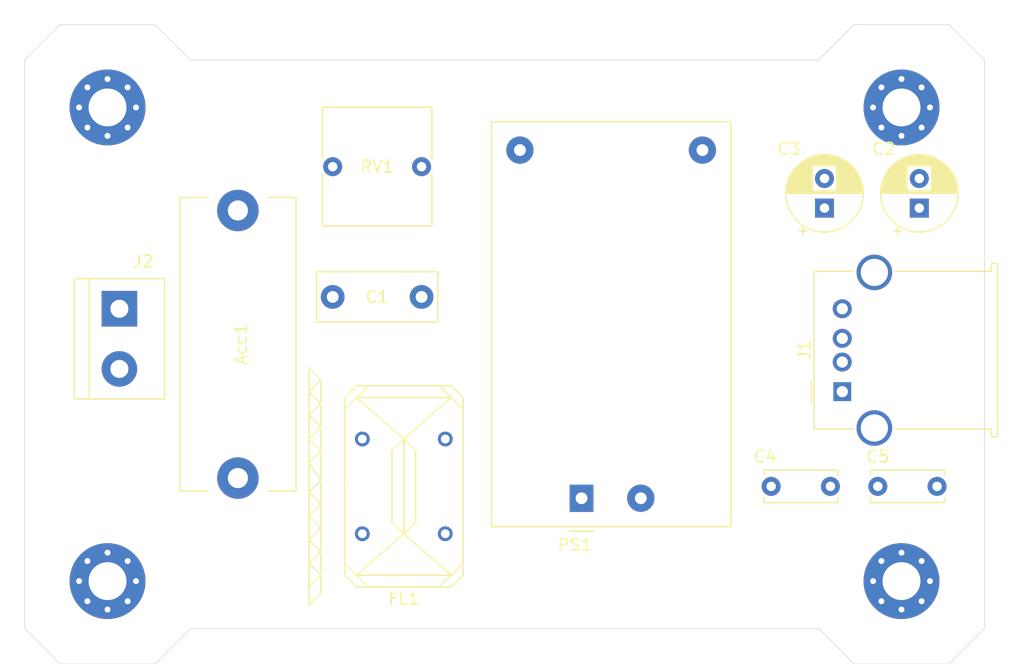
<source format=kicad_pcb>
(kicad_pcb (version 20171130) (host pcbnew "(5.1.7)-1")

  (general
    (thickness 1.6)
    (drawings 27)
    (tracks 0)
    (zones 0)
    (modules 15)
    (nets 10)
  )

  (page A4)
  (layers
    (0 F.Cu signal)
    (31 B.Cu signal)
    (32 B.Adhes user)
    (33 F.Adhes user)
    (34 B.Paste user)
    (35 F.Paste user)
    (36 B.SilkS user)
    (37 F.SilkS user)
    (38 B.Mask user)
    (39 F.Mask user)
    (40 Dwgs.User user)
    (41 Cmts.User user)
    (42 Eco1.User user)
    (43 Eco2.User user)
    (44 Edge.Cuts user)
    (45 Margin user)
    (46 B.CrtYd user)
    (47 F.CrtYd user)
    (48 B.Fab user)
    (49 F.Fab user)
  )

  (setup
    (last_trace_width 0.25)
    (trace_clearance 0.2)
    (zone_clearance 0.508)
    (zone_45_only no)
    (trace_min 0.2)
    (via_size 0.8)
    (via_drill 0.4)
    (via_min_size 0.4)
    (via_min_drill 0.3)
    (uvia_size 0.3)
    (uvia_drill 0.1)
    (uvias_allowed no)
    (uvia_min_size 0.2)
    (uvia_min_drill 0.1)
    (edge_width 0.05)
    (segment_width 0.2)
    (pcb_text_width 0.3)
    (pcb_text_size 1.5 1.5)
    (mod_edge_width 0.12)
    (mod_text_size 1 1)
    (mod_text_width 0.15)
    (pad_size 1.524 1.524)
    (pad_drill 0.762)
    (pad_to_mask_clearance 0)
    (aux_axis_origin 0 0)
    (visible_elements 7FFFFFFF)
    (pcbplotparams
      (layerselection 0x010fc_ffffffff)
      (usegerberextensions false)
      (usegerberattributes true)
      (usegerberadvancedattributes true)
      (creategerberjobfile true)
      (excludeedgelayer true)
      (linewidth 0.100000)
      (plotframeref false)
      (viasonmask false)
      (mode 1)
      (useauxorigin false)
      (hpglpennumber 1)
      (hpglpenspeed 20)
      (hpglpendiameter 15.000000)
      (psnegative false)
      (psa4output false)
      (plotreference true)
      (plotvalue true)
      (plotinvisibletext false)
      (padsonsilk false)
      (subtractmaskfromsilk false)
      (outputformat 1)
      (mirror false)
      (drillshape 1)
      (scaleselection 1)
      (outputdirectory ""))
  )

  (net 0 "")
  (net 1 GND)
  (net 2 +5V)
  (net 3 AC_Neutral)
  (net 4 "Net-(C1-Pad1)")
  (net 5 "Net-(J1-Pad3)")
  (net 6 "Net-(J1-Pad2)")
  (net 7 "Net-(FL1-Pad2)")
  (net 8 "Net-(FL1-Pad3)")
  (net 9 AC_Line)

  (net_class Default "This is the default net class."
    (clearance 0.2)
    (trace_width 0.25)
    (via_dia 0.8)
    (via_drill 0.4)
    (uvia_dia 0.3)
    (uvia_drill 0.1)
    (add_net +5V)
    (add_net AC_Line)
    (add_net AC_Neutral)
    (add_net GND)
    (add_net "Net-(C1-Pad1)")
    (add_net "Net-(FL1-Pad2)")
    (add_net "Net-(FL1-Pad3)")
    (add_net "Net-(J1-Pad2)")
    (add_net "Net-(J1-Pad3)")
  )

  (module LowNoise5V:FuseHolder (layer F.Cu) (tedit 604FDC52) (tstamp 60509432)
    (at 18 27 90)
    (path /6053B85B)
    (fp_text reference Acc1 (at 0 0.25 90) (layer F.SilkS)
      (effects (font (size 1 1) (thickness 0.15)))
    )
    (fp_text value "Fuse Holder" (at 0 -5.25 90) (layer F.Fab)
      (effects (font (size 1 1) (thickness 0.15)))
    )
    (fp_line (start -12.4 -4.9) (end -12.4 -2.5) (layer F.SilkS) (width 0.12))
    (fp_line (start -12.4 4.9) (end 12.4 4.9) (layer F.SilkS) (width 0.12))
    (fp_line (start 12.4 -4.9) (end -12.4 -4.9) (layer F.SilkS) (width 0.12))
    (fp_line (start 12.4 4.9) (end 12.4 2.5) (layer F.SilkS) (width 0.12))
    (fp_line (start -12.4 4.9) (end -12.4 2.5) (layer F.SilkS) (width 0.12))
    (fp_line (start 12.4 -4.9) (end 12.4 -2.5) (layer F.SilkS) (width 0.12))
    (pad 2 thru_hole circle (at 11.3 0 90) (size 3.5 3.5) (drill 1.7) (layers *.Cu *.Mask))
    (pad 1 thru_hole circle (at -11.3 0 90) (size 3.5 3.5) (drill 1.7) (layers *.Cu *.Mask))
    (model ${KIPRJMOD}/Libraries/Footprints/LowNoise5V.pretty/696106003002.stp
      (offset (xyz 0 -4.75 0))
      (scale (xyz 1 1 1))
      (rotate (xyz 0 0 0))
    )
  )

  (module TerminalBlock:TerminalBlock_bornier-2_P5.08mm (layer F.Cu) (tedit 59FF03AB) (tstamp 60508C8B)
    (at 8 24 270)
    (descr "simple 2-pin terminal block, pitch 5.08mm, revamped version of bornier2")
    (tags "terminal block bornier2")
    (path /6058E947)
    (fp_text reference J2 (at -4 -2) (layer F.SilkS)
      (effects (font (size 1 1) (thickness 0.15)))
    )
    (fp_text value Conn_01x02 (at 2.54 5.08 90) (layer F.Fab)
      (effects (font (size 1 1) (thickness 0.15)))
    )
    (fp_line (start 7.79 4) (end -2.71 4) (layer F.CrtYd) (width 0.05))
    (fp_line (start 7.79 4) (end 7.79 -4) (layer F.CrtYd) (width 0.05))
    (fp_line (start -2.71 -4) (end -2.71 4) (layer F.CrtYd) (width 0.05))
    (fp_line (start -2.71 -4) (end 7.79 -4) (layer F.CrtYd) (width 0.05))
    (fp_line (start -2.54 3.81) (end 7.62 3.81) (layer F.SilkS) (width 0.12))
    (fp_line (start -2.54 -3.81) (end -2.54 3.81) (layer F.SilkS) (width 0.12))
    (fp_line (start 7.62 -3.81) (end -2.54 -3.81) (layer F.SilkS) (width 0.12))
    (fp_line (start 7.62 3.81) (end 7.62 -3.81) (layer F.SilkS) (width 0.12))
    (fp_line (start 7.62 2.54) (end -2.54 2.54) (layer F.SilkS) (width 0.12))
    (fp_line (start 7.54 -3.75) (end -2.46 -3.75) (layer F.Fab) (width 0.1))
    (fp_line (start 7.54 3.75) (end 7.54 -3.75) (layer F.Fab) (width 0.1))
    (fp_line (start -2.46 3.75) (end 7.54 3.75) (layer F.Fab) (width 0.1))
    (fp_line (start -2.46 -3.75) (end -2.46 3.75) (layer F.Fab) (width 0.1))
    (fp_line (start -2.41 2.55) (end 7.49 2.55) (layer F.Fab) (width 0.1))
    (fp_text user %R (at 2.54 0 90) (layer F.Fab)
      (effects (font (size 1 1) (thickness 0.15)))
    )
    (pad 2 thru_hole circle (at 5.08 0 270) (size 3 3) (drill 1.52) (layers *.Cu *.Mask)
      (net 3 AC_Neutral))
    (pad 1 thru_hole rect (at 0 0 270) (size 3 3) (drill 1.52) (layers *.Cu *.Mask)
      (net 9 AC_Line))
    (model ${KISYS3DMOD}/TerminalBlock.3dshapes/TerminalBlock_bornier-2_P5.08mm.wrl
      (offset (xyz 2.539999961853027 0 0))
      (scale (xyz 1 1 1))
      (rotate (xyz 0 0 0))
    )
  )

  (module LowNoise5V:USB_A_Molex_67643_Horizontal (layer F.Cu) (tedit 604FD572) (tstamp 604FE24C)
    (at 69 31 90)
    (descr "USB type A, Horizontal, https://www.molex.com/pdm_docs/sd/676433910_sd.pdf")
    (tags "USB_A Female Connector receptacle")
    (path /60505B03)
    (fp_text reference J1 (at 3.5 -3.19 90) (layer F.SilkS)
      (effects (font (size 1 1) (thickness 0.15)))
    )
    (fp_text value USB_A (at 3.5 14.5 90) (layer F.Fab)
      (effects (font (size 1 1) (thickness 0.15)))
    )
    (fp_line (start 0 -1.27) (end 1 -2.27) (layer F.Fab) (width 0.1))
    (fp_line (start -1 -2.27) (end 0 -1.27) (layer F.Fab) (width 0.1))
    (fp_line (start -0.9 -2.6) (end 0.9 -2.6) (layer F.SilkS) (width 0.12))
    (fp_line (start -3.05 12.69) (end -3.7 12.69) (layer F.Fab) (width 0.1))
    (fp_line (start 10.81 12.58) (end 10.16 12.58) (layer F.SilkS) (width 0.12))
    (fp_line (start -3.81 12.58) (end -3.81 13.1) (layer F.SilkS) (width 0.12))
    (fp_line (start 10.16 4.47) (end 10.16 12.58) (layer F.SilkS) (width 0.12))
    (fp_line (start -3.81 13.1) (end 10.81 13.1) (layer F.SilkS) (width 0.12))
    (fp_line (start 10.81 13.1) (end 10.81 12.58) (layer F.SilkS) (width 0.12))
    (fp_line (start -3.05 12.69) (end -3.05 -2.27) (layer F.Fab) (width 0.1))
    (fp_line (start 10.16 -2.38) (end 10.16 0.95) (layer F.SilkS) (width 0.12))
    (fp_line (start -3.16 -2.38) (end -3.16 0.95) (layer F.SilkS) (width 0.12))
    (fp_line (start -3.16 -2.38) (end 10.16 -2.38) (layer F.SilkS) (width 0.12))
    (fp_line (start -3.55 12.19) (end -3.55 4.66) (layer F.CrtYd) (width 0.05))
    (fp_line (start -4.2 12.19) (end -3.55 12.19) (layer F.CrtYd) (width 0.05))
    (fp_line (start -4.2 13.49) (end -4.2 12.19) (layer F.CrtYd) (width 0.05))
    (fp_line (start 10.55 12.19) (end 10.55 4.66) (layer F.CrtYd) (width 0.05))
    (fp_line (start 11.2 12.19) (end 10.55 12.19) (layer F.CrtYd) (width 0.05))
    (fp_line (start 11.2 13.49) (end 11.2 12.19) (layer F.CrtYd) (width 0.05))
    (fp_line (start -4.2 13.49) (end 11.2 13.49) (layer F.CrtYd) (width 0.05))
    (fp_line (start -3.55 -2.77) (end -3.55 0.76) (layer F.CrtYd) (width 0.05))
    (fp_line (start 10.55 -2.77) (end 10.55 0.76) (layer F.CrtYd) (width 0.05))
    (fp_line (start -3.55 -2.77) (end 10.55 -2.77) (layer F.CrtYd) (width 0.05))
    (fp_line (start -3.05 9.27) (end 10.05 9.27) (layer F.Fab) (width 0.1))
    (fp_line (start 10.7 12.69) (end 10.05 12.69) (layer F.Fab) (width 0.1))
    (fp_line (start 10.7 12.99) (end 10.7 12.69) (layer F.Fab) (width 0.1))
    (fp_line (start -3.7 12.99) (end 10.7 12.99) (layer F.Fab) (width 0.1))
    (fp_line (start -3.7 12.69) (end -3.7 12.99) (layer F.Fab) (width 0.1))
    (fp_line (start -3.16 12.58) (end -3.81 12.58) (layer F.SilkS) (width 0.12))
    (fp_line (start -3.16 12.58) (end -3.16 4.47) (layer F.SilkS) (width 0.12))
    (fp_line (start 10.05 -2.27) (end 10.05 12.69) (layer F.Fab) (width 0.1))
    (fp_line (start -3.05 -2.27) (end 10.05 -2.27) (layer F.Fab) (width 0.1))
    (fp_arc (start 10.07 2.71) (end 10.55 4.66) (angle -152.3426981) (layer F.CrtYd) (width 0.05))
    (fp_arc (start -3.07 2.71) (end -3.55 0.76) (angle -152.3426981) (layer F.CrtYd) (width 0.05))
    (fp_text user %R (at 3.5 3.7 90) (layer F.Fab)
      (effects (font (size 1 1) (thickness 0.15)))
    )
    (pad 4 thru_hole circle (at 7 0 90) (size 1.6 1.6) (drill 0.95) (layers *.Cu *.Mask)
      (net 1 GND))
    (pad 3 thru_hole circle (at 4.5 0 90) (size 1.6 1.6) (drill 0.95) (layers *.Cu *.Mask)
      (net 5 "Net-(J1-Pad3)"))
    (pad 2 thru_hole circle (at 2.5 0 90) (size 1.6 1.6) (drill 0.95) (layers *.Cu *.Mask)
      (net 6 "Net-(J1-Pad2)"))
    (pad 1 thru_hole rect (at 0 0 90) (size 1.6 1.5) (drill 0.95) (layers *.Cu *.Mask)
      (net 2 +5V))
    (pad 5 thru_hole circle (at 10.07 2.71 90) (size 3 3) (drill 2.3) (layers *.Cu *.Mask)
      (net 1 GND))
    (pad 5 thru_hole circle (at -3.07 2.71 90) (size 3 3) (drill 2.3) (layers *.Cu *.Mask)
      (net 1 GND))
    (model ${KIPRJMOD}/Libraries/Footprints/LowNoise5V.pretty/676432911.stp
      (offset (xyz 3.5 2.3 0))
      (scale (xyz 1 1 1))
      (rotate (xyz -90 0 0))
    )
  )

  (module LowNoise5V:Converter_ACDC_HiLink_HLK-PMxx (layer F.Cu) (tedit 604FD288) (tstamp 604FD228)
    (at 47 40 90)
    (descr "ACDC-Converter, 3W, HiLink, HLK-PMxx, THT, http://www.hlktech.net/product_detail.php?ProId=54")
    (tags "ACDC-Converter 3W THT HiLink board mount module")
    (path /605057F1)
    (fp_text reference PS1 (at -3.94 -0.55) (layer F.SilkS)
      (effects (font (size 1 1) (thickness 0.15)))
    )
    (fp_text value HLK-PM01 (at 15.79 13.85 90) (layer F.Fab)
      (effects (font (size 1 1) (thickness 0.15)))
    )
    (fp_line (start -2.3 12.5) (end 31.7 12.5) (layer F.Fab) (width 0.1))
    (fp_line (start 31.7 12.5) (end 31.7 -7.5) (layer F.Fab) (width 0.1))
    (fp_line (start -2.3 12.5) (end -2.3 0.99) (layer F.Fab) (width 0.1))
    (fp_line (start -2.3 -7.5) (end 31.7 -7.5) (layer F.Fab) (width 0.1))
    (fp_line (start -1.29 0) (end -2.29 1) (layer F.Fab) (width 0.1))
    (fp_line (start -2.29 -1) (end -1.29 0) (layer F.Fab) (width 0.1))
    (fp_line (start -2.3 -1) (end -2.3 -7.5) (layer F.Fab) (width 0.1))
    (fp_line (start -2.55 12.75) (end 31.95 12.75) (layer F.CrtYd) (width 0.05))
    (fp_line (start 31.95 12.75) (end 31.95 -7.75) (layer F.CrtYd) (width 0.05))
    (fp_line (start 31.95 -7.75) (end -2.55 -7.75) (layer F.CrtYd) (width 0.05))
    (fp_line (start -2.55 -7.75) (end -2.55 12.75) (layer F.CrtYd) (width 0.05))
    (fp_line (start -2.4 -7.6) (end -2.4 12.6) (layer F.SilkS) (width 0.12))
    (fp_line (start -2.4 12.6) (end 31.8 12.6) (layer F.SilkS) (width 0.12))
    (fp_line (start 31.8 12.6) (end 31.8 -7.6) (layer F.SilkS) (width 0.12))
    (fp_line (start 31.8 -7.6) (end -2.4 -7.6) (layer F.SilkS) (width 0.12))
    (fp_line (start -2.79 -1) (end -2.79 1.01) (layer F.SilkS) (width 0.12))
    (fp_text user %R (at 14.68 1.17 90) (layer F.Fab)
      (effects (font (size 1 1) (thickness 0.15)))
    )
    (pad 4 thru_hole circle (at 29.4 10.2 90) (size 2.3 2.3) (drill 1) (layers *.Cu *.Mask)
      (net 2 +5V))
    (pad 2 thru_hole circle (at 0 5 90) (size 2.3 2.3) (drill 1) (layers *.Cu *.Mask)
      (net 8 "Net-(FL1-Pad3)"))
    (pad 1 thru_hole rect (at 0 0 90) (size 2.3 2) (drill 1) (layers *.Cu *.Mask)
      (net 7 "Net-(FL1-Pad2)"))
    (pad 3 thru_hole circle (at 29.4 -5.2 90) (size 2.3 2.3) (drill 1) (layers *.Cu *.Mask)
      (net 1 GND))
    (model ${KIPRJMOD}/Libraries/Footprints/LowNoise5V.pretty/HLK-PM01.step
      (offset (xyz 14.75 7.5 7.5))
      (scale (xyz 1 1 1))
      (rotate (xyz -90 0 0))
    )
  )

  (module MountingHole:MountingHole_3.2mm_M3_Pad_Via (layer F.Cu) (tedit 56DDBCCA) (tstamp 60505C7E)
    (at 74 7)
    (descr "Mounting Hole 3.2mm, M3")
    (tags "mounting hole 3.2mm m3")
    (attr virtual)
    (fp_text reference REF** (at 0 -4.2) (layer F.SilkS) hide
      (effects (font (size 1 1) (thickness 0.15)))
    )
    (fp_text value MountingHole_3.2mm_M3_Pad_Via (at 0 4.2) (layer F.Fab) hide
      (effects (font (size 1 1) (thickness 0.15)))
    )
    (fp_circle (center 0 0) (end 3.45 0) (layer F.CrtYd) (width 0.05))
    (fp_circle (center 0 0) (end 3.2 0) (layer Cmts.User) (width 0.15))
    (fp_text user %R (at 0.3 0) (layer F.Fab) hide
      (effects (font (size 1 1) (thickness 0.15)))
    )
    (pad 1 thru_hole circle (at 0 0) (size 6.4 6.4) (drill 3.2) (layers *.Cu *.Mask))
    (pad 1 thru_hole circle (at 2.4 0) (size 0.8 0.8) (drill 0.5) (layers *.Cu *.Mask))
    (pad 1 thru_hole circle (at 1.697056 1.697056) (size 0.8 0.8) (drill 0.5) (layers *.Cu *.Mask))
    (pad 1 thru_hole circle (at 0 2.4) (size 0.8 0.8) (drill 0.5) (layers *.Cu *.Mask))
    (pad 1 thru_hole circle (at -1.697056 1.697056) (size 0.8 0.8) (drill 0.5) (layers *.Cu *.Mask))
    (pad 1 thru_hole circle (at -2.4 0) (size 0.8 0.8) (drill 0.5) (layers *.Cu *.Mask))
    (pad 1 thru_hole circle (at -1.697056 -1.697056) (size 0.8 0.8) (drill 0.5) (layers *.Cu *.Mask))
    (pad 1 thru_hole circle (at 0 -2.4) (size 0.8 0.8) (drill 0.5) (layers *.Cu *.Mask))
    (pad 1 thru_hole circle (at 1.697056 -1.697056) (size 0.8 0.8) (drill 0.5) (layers *.Cu *.Mask))
  )

  (module MountingHole:MountingHole_3.2mm_M3_Pad_Via (layer F.Cu) (tedit 56DDBCCA) (tstamp 60505C4C)
    (at 74 47)
    (descr "Mounting Hole 3.2mm, M3")
    (tags "mounting hole 3.2mm m3")
    (attr virtual)
    (fp_text reference REF** (at 0 -4.2) (layer F.SilkS) hide
      (effects (font (size 1 1) (thickness 0.15)))
    )
    (fp_text value MountingHole_3.2mm_M3_Pad_Via (at 0 4.2) (layer F.Fab) hide
      (effects (font (size 1 1) (thickness 0.15)))
    )
    (fp_circle (center 0 0) (end 3.45 0) (layer F.CrtYd) (width 0.05))
    (fp_circle (center 0 0) (end 3.2 0) (layer Cmts.User) (width 0.15))
    (fp_text user %R (at 0.3 0) (layer F.Fab) hide
      (effects (font (size 1 1) (thickness 0.15)))
    )
    (pad 1 thru_hole circle (at 1.697056 -1.697056) (size 0.8 0.8) (drill 0.5) (layers *.Cu *.Mask))
    (pad 1 thru_hole circle (at 0 -2.4) (size 0.8 0.8) (drill 0.5) (layers *.Cu *.Mask))
    (pad 1 thru_hole circle (at -1.697056 -1.697056) (size 0.8 0.8) (drill 0.5) (layers *.Cu *.Mask))
    (pad 1 thru_hole circle (at -2.4 0) (size 0.8 0.8) (drill 0.5) (layers *.Cu *.Mask))
    (pad 1 thru_hole circle (at -1.697056 1.697056) (size 0.8 0.8) (drill 0.5) (layers *.Cu *.Mask))
    (pad 1 thru_hole circle (at 0 2.4) (size 0.8 0.8) (drill 0.5) (layers *.Cu *.Mask))
    (pad 1 thru_hole circle (at 1.697056 1.697056) (size 0.8 0.8) (drill 0.5) (layers *.Cu *.Mask))
    (pad 1 thru_hole circle (at 2.4 0) (size 0.8 0.8) (drill 0.5) (layers *.Cu *.Mask))
    (pad 1 thru_hole circle (at 0 0) (size 6.4 6.4) (drill 3.2) (layers *.Cu *.Mask))
  )

  (module MountingHole:MountingHole_3.2mm_M3_Pad_Via (layer F.Cu) (tedit 56DDBCCA) (tstamp 60505C2A)
    (at 7 47)
    (descr "Mounting Hole 3.2mm, M3")
    (tags "mounting hole 3.2mm m3")
    (attr virtual)
    (fp_text reference REF** (at 0 -4.2) (layer F.SilkS) hide
      (effects (font (size 1 1) (thickness 0.15)))
    )
    (fp_text value MountingHole_3.2mm_M3_Pad_Via (at 0 4.2) (layer F.Fab) hide
      (effects (font (size 1 1) (thickness 0.15)))
    )
    (fp_circle (center 0 0) (end 3.45 0) (layer F.CrtYd) (width 0.05))
    (fp_circle (center 0 0) (end 3.2 0) (layer Cmts.User) (width 0.15))
    (fp_text user %R (at 0.3 0) (layer F.Fab) hide
      (effects (font (size 1 1) (thickness 0.15)))
    )
    (pad 1 thru_hole circle (at 0 0) (size 6.4 6.4) (drill 3.2) (layers *.Cu *.Mask))
    (pad 1 thru_hole circle (at 2.4 0) (size 0.8 0.8) (drill 0.5) (layers *.Cu *.Mask))
    (pad 1 thru_hole circle (at 1.697056 1.697056) (size 0.8 0.8) (drill 0.5) (layers *.Cu *.Mask))
    (pad 1 thru_hole circle (at 0 2.4) (size 0.8 0.8) (drill 0.5) (layers *.Cu *.Mask))
    (pad 1 thru_hole circle (at -1.697056 1.697056) (size 0.8 0.8) (drill 0.5) (layers *.Cu *.Mask))
    (pad 1 thru_hole circle (at -2.4 0) (size 0.8 0.8) (drill 0.5) (layers *.Cu *.Mask))
    (pad 1 thru_hole circle (at -1.697056 -1.697056) (size 0.8 0.8) (drill 0.5) (layers *.Cu *.Mask))
    (pad 1 thru_hole circle (at 0 -2.4) (size 0.8 0.8) (drill 0.5) (layers *.Cu *.Mask))
    (pad 1 thru_hole circle (at 1.697056 -1.697056) (size 0.8 0.8) (drill 0.5) (layers *.Cu *.Mask))
  )

  (module MountingHole:MountingHole_3.2mm_M3_Pad_Via (layer F.Cu) (tedit 56DDBCCA) (tstamp 60505C28)
    (at 7 7)
    (descr "Mounting Hole 3.2mm, M3")
    (tags "mounting hole 3.2mm m3")
    (attr virtual)
    (fp_text reference REF** (at 0 -4.2) (layer F.SilkS) hide
      (effects (font (size 1 1) (thickness 0.15)))
    )
    (fp_text value MountingHole_3.2mm_M3_Pad_Via (at 0 4.2) (layer F.Fab) hide
      (effects (font (size 1 1) (thickness 0.15)))
    )
    (fp_circle (center 0 0) (end 3.45 0) (layer F.CrtYd) (width 0.05))
    (fp_circle (center 0 0) (end 3.2 0) (layer Cmts.User) (width 0.15))
    (fp_text user %R (at 0.3 0) (layer F.Fab) hide
      (effects (font (size 1 1) (thickness 0.15)))
    )
    (pad 1 thru_hole circle (at 1.697056 -1.697056) (size 0.8 0.8) (drill 0.5) (layers *.Cu *.Mask))
    (pad 1 thru_hole circle (at 0 -2.4) (size 0.8 0.8) (drill 0.5) (layers *.Cu *.Mask))
    (pad 1 thru_hole circle (at -1.697056 -1.697056) (size 0.8 0.8) (drill 0.5) (layers *.Cu *.Mask))
    (pad 1 thru_hole circle (at -2.4 0) (size 0.8 0.8) (drill 0.5) (layers *.Cu *.Mask))
    (pad 1 thru_hole circle (at -1.697056 1.697056) (size 0.8 0.8) (drill 0.5) (layers *.Cu *.Mask))
    (pad 1 thru_hole circle (at 0 2.4) (size 0.8 0.8) (drill 0.5) (layers *.Cu *.Mask))
    (pad 1 thru_hole circle (at 1.697056 1.697056) (size 0.8 0.8) (drill 0.5) (layers *.Cu *.Mask))
    (pad 1 thru_hole circle (at 2.4 0) (size 0.8 0.8) (drill 0.5) (layers *.Cu *.Mask))
    (pad 1 thru_hole circle (at 0 0) (size 6.4 6.4) (drill 3.2) (layers *.Cu *.Mask))
  )

  (module "LowNoise5V:EMI Choke" (layer F.Cu) (tedit 604FCB4E) (tstamp 60503B0C)
    (at 32 39 180)
    (path /605085D5)
    (fp_text reference FL1 (at 0 -9.5) (layer F.SilkS)
      (effects (font (size 1 1) (thickness 0.15)))
    )
    (fp_text value "Power Line 10mH @ 1kHz 1.2Ω" (at 0 10) (layer F.Fab)
      (effects (font (size 1 1) (thickness 0.15)))
    )
    (fp_line (start 7 -7.5) (end 8 -8.5) (layer F.SilkS) (width 0.12))
    (fp_line (start 8 -6.5) (end 7 -7.5) (layer F.SilkS) (width 0.12))
    (fp_line (start 7 -5.5) (end 8 -6.5) (layer F.SilkS) (width 0.12))
    (fp_line (start 8 -4.5) (end 7 -5.5) (layer F.SilkS) (width 0.12))
    (fp_line (start 7 -3.5) (end 8 -4.5) (layer F.SilkS) (width 0.12))
    (fp_line (start 8 -2.5) (end 7 -3.5) (layer F.SilkS) (width 0.12))
    (fp_line (start 7 -1.5) (end 8 -2.5) (layer F.SilkS) (width 0.12))
    (fp_line (start 8 -0.5) (end 7 -1.5) (layer F.SilkS) (width 0.12))
    (fp_line (start 7 0.5) (end 8 -0.5) (layer F.SilkS) (width 0.12))
    (fp_line (start 8 2) (end 7 0.5) (layer F.SilkS) (width 0.12))
    (fp_line (start 7 3) (end 8 2) (layer F.SilkS) (width 0.12))
    (fp_line (start 8 4) (end 7 3) (layer F.SilkS) (width 0.12))
    (fp_line (start 7 5) (end 8 4) (layer F.SilkS) (width 0.12))
    (fp_line (start 8 6) (end 7 5) (layer F.SilkS) (width 0.12))
    (fp_line (start 7 7) (end 8 6) (layer F.SilkS) (width 0.12))
    (fp_line (start 8 8) (end 7 7) (layer F.SilkS) (width 0.12))
    (fp_line (start 7 9) (end 8 8) (layer F.SilkS) (width 0.12))
    (fp_line (start 7 9) (end 8 10) (layer F.SilkS) (width 0.12))
    (fp_line (start 7 -9) (end 7 9) (layer F.SilkS) (width 0.12))
    (fp_line (start 8 -10) (end 7 -9) (layer F.SilkS) (width 0.12))
    (fp_line (start 8 -10) (end 8 10) (layer F.SilkS) (width 0.12))
    (fp_line (start 1 -3) (end 0 -4) (layer F.SilkS) (width 0.12))
    (fp_line (start 1 3) (end 1 -3) (layer F.SilkS) (width 0.12))
    (fp_line (start 0 4) (end 1 3) (layer F.SilkS) (width 0.12))
    (fp_line (start -1 3) (end 0 4) (layer F.SilkS) (width 0.12))
    (fp_line (start -1 -3) (end -1 3) (layer F.SilkS) (width 0.12))
    (fp_line (start 0 -4) (end -1 -3) (layer F.SilkS) (width 0.12))
    (fp_line (start 0 0) (end 0 4) (layer F.SilkS) (width 0.12))
    (fp_line (start 4 7.5) (end 0 4) (layer F.SilkS) (width 0.12))
    (fp_line (start 0 4) (end -4 7.5) (layer F.SilkS) (width 0.12))
    (fp_line (start 0 -4) (end 4 -7.5) (layer F.SilkS) (width 0.12))
    (fp_line (start 0 -4) (end 0 0) (layer F.SilkS) (width 0.12))
    (fp_line (start -4 -7.5) (end 0 -4) (layer F.SilkS) (width 0.12))
    (fp_line (start 4 -7.5) (end -4 -7.5) (layer F.SilkS) (width 0.12))
    (fp_line (start -4 7.5) (end 4 7.5) (layer F.SilkS) (width 0.12))
    (fp_line (start -3 8.5) (end -5 6.5) (layer F.SilkS) (width 0.12))
    (fp_line (start 3 8.5) (end 5 6.5) (layer F.SilkS) (width 0.12))
    (fp_line (start 3 -8.5) (end 5 -6.5) (layer F.SilkS) (width 0.12))
    (fp_line (start -5 -6.5) (end -3 -8.5) (layer F.SilkS) (width 0.12))
    (fp_line (start -4 -8.5) (end 0 -8.5) (layer F.SilkS) (width 0.12))
    (fp_line (start -5 -7.5) (end -4 -8.5) (layer F.SilkS) (width 0.12))
    (fp_line (start -5 0) (end -5 -7.5) (layer F.SilkS) (width 0.12))
    (fp_line (start 4 8.5) (end 0 8.5) (layer F.SilkS) (width 0.12))
    (fp_line (start 5 7.5) (end 4 8.5) (layer F.SilkS) (width 0.12))
    (fp_line (start 5 0) (end 5 7.5) (layer F.SilkS) (width 0.12))
    (fp_line (start 5 0) (end 5 -7.5) (layer F.SilkS) (width 0.12))
    (fp_line (start 4 -8.5) (end 0 -8.5) (layer F.SilkS) (width 0.12))
    (fp_line (start 5 -7.5) (end 4 -8.5) (layer F.SilkS) (width 0.12))
    (fp_line (start -4 8.5) (end 0 8.5) (layer F.SilkS) (width 0.12))
    (fp_line (start -5 7.5) (end -4 8.5) (layer F.SilkS) (width 0.12))
    (fp_line (start -5 0) (end -5 7.5) (layer F.SilkS) (width 0.12))
    (pad 4 thru_hole circle (at 3.5 -4 180) (size 1.25 1.25) (drill 0.75) (layers *.Cu *.Mask)
      (net 3 AC_Neutral))
    (pad 3 thru_hole circle (at -3.5 -4 180) (size 1.25 1.25) (drill 0.75) (layers *.Cu *.Mask)
      (net 8 "Net-(FL1-Pad3)"))
    (pad 2 thru_hole circle (at -3.5 4 180) (size 1.25 1.25) (drill 0.75) (layers *.Cu *.Mask)
      (net 7 "Net-(FL1-Pad2)"))
    (pad 1 thru_hole circle (at 3.5 4 180) (size 1.25 1.25) (drill 0.75) (layers *.Cu *.Mask)
      (net 4 "Net-(C1-Pad1)"))
  )

  (module Capacitor_THT:C_Rect_L9.0mm_W9.8mm_P7.50mm_MKT (layer F.Cu) (tedit 5AE50EF0) (tstamp 604FD23D)
    (at 26 12)
    (descr "C, Rect series, Radial, pin pitch=7.50mm, , length*width=9*9.8mm^2, Capacitor, https://en.tdk.eu/inf/20/20/db/fc_2009/MKT_B32560_564.pdf")
    (tags "C Rect series Radial pin pitch 7.50mm  length 9mm width 9.8mm Capacitor")
    (path /6050DA4F)
    (fp_text reference RV1 (at 3.75 0) (layer F.SilkS)
      (effects (font (size 1 1) (thickness 0.15)))
    )
    (fp_text value "615V 1240V 2.5KA 750V" (at 3.75 6.15) (layer F.Fab)
      (effects (font (size 1 1) (thickness 0.15)))
    )
    (fp_line (start 8.55 -5.15) (end -1.05 -5.15) (layer F.CrtYd) (width 0.05))
    (fp_line (start 8.55 5.15) (end 8.55 -5.15) (layer F.CrtYd) (width 0.05))
    (fp_line (start -1.05 5.15) (end 8.55 5.15) (layer F.CrtYd) (width 0.05))
    (fp_line (start -1.05 -5.15) (end -1.05 5.15) (layer F.CrtYd) (width 0.05))
    (fp_line (start 8.37 0.665) (end 8.37 5.02) (layer F.SilkS) (width 0.12))
    (fp_line (start 8.37 -5.02) (end 8.37 -0.665) (layer F.SilkS) (width 0.12))
    (fp_line (start -0.87 0.665) (end -0.87 5.02) (layer F.SilkS) (width 0.12))
    (fp_line (start -0.87 -5.02) (end -0.87 -0.665) (layer F.SilkS) (width 0.12))
    (fp_line (start -0.87 5.02) (end 8.37 5.02) (layer F.SilkS) (width 0.12))
    (fp_line (start -0.87 -5.02) (end 8.37 -5.02) (layer F.SilkS) (width 0.12))
    (fp_line (start 8.25 -4.9) (end -0.75 -4.9) (layer F.Fab) (width 0.1))
    (fp_line (start 8.25 4.9) (end 8.25 -4.9) (layer F.Fab) (width 0.1))
    (fp_line (start -0.75 4.9) (end 8.25 4.9) (layer F.Fab) (width 0.1))
    (fp_line (start -0.75 -4.9) (end -0.75 4.9) (layer F.Fab) (width 0.1))
    (fp_text user %R (at 3.75 0) (layer F.Fab)
      (effects (font (size 1 1) (thickness 0.15)))
    )
    (pad 2 thru_hole circle (at 7.5 0) (size 1.6 1.6) (drill 0.8) (layers *.Cu *.Mask)
      (net 3 AC_Neutral))
    (pad 1 thru_hole circle (at 0 0) (size 1.6 1.6) (drill 0.8) (layers *.Cu *.Mask)
      (net 4 "Net-(C1-Pad1)"))
    (model ${KISYS3DMOD}/Capacitor_THT.3dshapes/C_Rect_L9.0mm_W9.8mm_P7.50mm_MKT.wrl
      (at (xyz 0 0 0))
      (scale (xyz 1 1 1))
      (rotate (xyz 0 0 0))
    )
  )

  (module Capacitor_THT:CP_Radial_D6.3mm_P2.50mm (layer F.Cu) (tedit 5AE50EF0) (tstamp 604FD192)
    (at 67.5 15.5 90)
    (descr "CP, Radial series, Radial, pin pitch=2.50mm, , diameter=6.3mm, Electrolytic Capacitor")
    (tags "CP Radial series Radial pin pitch 2.50mm  diameter 6.3mm Electrolytic Capacitor")
    (path /605107D5)
    (fp_text reference C3 (at 5 -3 180) (layer F.SilkS)
      (effects (font (size 1 1) (thickness 0.15)))
    )
    (fp_text value "4.7uF ±20% 400V" (at 1.25 4.4 90) (layer F.Fab)
      (effects (font (size 1 1) (thickness 0.15)))
    )
    (fp_line (start -1.935241 -2.154) (end -1.935241 -1.524) (layer F.SilkS) (width 0.12))
    (fp_line (start -2.250241 -1.839) (end -1.620241 -1.839) (layer F.SilkS) (width 0.12))
    (fp_line (start 4.491 -0.402) (end 4.491 0.402) (layer F.SilkS) (width 0.12))
    (fp_line (start 4.451 -0.633) (end 4.451 0.633) (layer F.SilkS) (width 0.12))
    (fp_line (start 4.411 -0.802) (end 4.411 0.802) (layer F.SilkS) (width 0.12))
    (fp_line (start 4.371 -0.94) (end 4.371 0.94) (layer F.SilkS) (width 0.12))
    (fp_line (start 4.331 -1.059) (end 4.331 1.059) (layer F.SilkS) (width 0.12))
    (fp_line (start 4.291 -1.165) (end 4.291 1.165) (layer F.SilkS) (width 0.12))
    (fp_line (start 4.251 -1.262) (end 4.251 1.262) (layer F.SilkS) (width 0.12))
    (fp_line (start 4.211 -1.35) (end 4.211 1.35) (layer F.SilkS) (width 0.12))
    (fp_line (start 4.171 -1.432) (end 4.171 1.432) (layer F.SilkS) (width 0.12))
    (fp_line (start 4.131 -1.509) (end 4.131 1.509) (layer F.SilkS) (width 0.12))
    (fp_line (start 4.091 -1.581) (end 4.091 1.581) (layer F.SilkS) (width 0.12))
    (fp_line (start 4.051 -1.65) (end 4.051 1.65) (layer F.SilkS) (width 0.12))
    (fp_line (start 4.011 -1.714) (end 4.011 1.714) (layer F.SilkS) (width 0.12))
    (fp_line (start 3.971 -1.776) (end 3.971 1.776) (layer F.SilkS) (width 0.12))
    (fp_line (start 3.931 -1.834) (end 3.931 1.834) (layer F.SilkS) (width 0.12))
    (fp_line (start 3.891 -1.89) (end 3.891 1.89) (layer F.SilkS) (width 0.12))
    (fp_line (start 3.851 -1.944) (end 3.851 1.944) (layer F.SilkS) (width 0.12))
    (fp_line (start 3.811 -1.995) (end 3.811 1.995) (layer F.SilkS) (width 0.12))
    (fp_line (start 3.771 -2.044) (end 3.771 2.044) (layer F.SilkS) (width 0.12))
    (fp_line (start 3.731 -2.092) (end 3.731 2.092) (layer F.SilkS) (width 0.12))
    (fp_line (start 3.691 -2.137) (end 3.691 2.137) (layer F.SilkS) (width 0.12))
    (fp_line (start 3.651 -2.182) (end 3.651 2.182) (layer F.SilkS) (width 0.12))
    (fp_line (start 3.611 -2.224) (end 3.611 2.224) (layer F.SilkS) (width 0.12))
    (fp_line (start 3.571 -2.265) (end 3.571 2.265) (layer F.SilkS) (width 0.12))
    (fp_line (start 3.531 1.04) (end 3.531 2.305) (layer F.SilkS) (width 0.12))
    (fp_line (start 3.531 -2.305) (end 3.531 -1.04) (layer F.SilkS) (width 0.12))
    (fp_line (start 3.491 1.04) (end 3.491 2.343) (layer F.SilkS) (width 0.12))
    (fp_line (start 3.491 -2.343) (end 3.491 -1.04) (layer F.SilkS) (width 0.12))
    (fp_line (start 3.451 1.04) (end 3.451 2.38) (layer F.SilkS) (width 0.12))
    (fp_line (start 3.451 -2.38) (end 3.451 -1.04) (layer F.SilkS) (width 0.12))
    (fp_line (start 3.411 1.04) (end 3.411 2.416) (layer F.SilkS) (width 0.12))
    (fp_line (start 3.411 -2.416) (end 3.411 -1.04) (layer F.SilkS) (width 0.12))
    (fp_line (start 3.371 1.04) (end 3.371 2.45) (layer F.SilkS) (width 0.12))
    (fp_line (start 3.371 -2.45) (end 3.371 -1.04) (layer F.SilkS) (width 0.12))
    (fp_line (start 3.331 1.04) (end 3.331 2.484) (layer F.SilkS) (width 0.12))
    (fp_line (start 3.331 -2.484) (end 3.331 -1.04) (layer F.SilkS) (width 0.12))
    (fp_line (start 3.291 1.04) (end 3.291 2.516) (layer F.SilkS) (width 0.12))
    (fp_line (start 3.291 -2.516) (end 3.291 -1.04) (layer F.SilkS) (width 0.12))
    (fp_line (start 3.251 1.04) (end 3.251 2.548) (layer F.SilkS) (width 0.12))
    (fp_line (start 3.251 -2.548) (end 3.251 -1.04) (layer F.SilkS) (width 0.12))
    (fp_line (start 3.211 1.04) (end 3.211 2.578) (layer F.SilkS) (width 0.12))
    (fp_line (start 3.211 -2.578) (end 3.211 -1.04) (layer F.SilkS) (width 0.12))
    (fp_line (start 3.171 1.04) (end 3.171 2.607) (layer F.SilkS) (width 0.12))
    (fp_line (start 3.171 -2.607) (end 3.171 -1.04) (layer F.SilkS) (width 0.12))
    (fp_line (start 3.131 1.04) (end 3.131 2.636) (layer F.SilkS) (width 0.12))
    (fp_line (start 3.131 -2.636) (end 3.131 -1.04) (layer F.SilkS) (width 0.12))
    (fp_line (start 3.091 1.04) (end 3.091 2.664) (layer F.SilkS) (width 0.12))
    (fp_line (start 3.091 -2.664) (end 3.091 -1.04) (layer F.SilkS) (width 0.12))
    (fp_line (start 3.051 1.04) (end 3.051 2.69) (layer F.SilkS) (width 0.12))
    (fp_line (start 3.051 -2.69) (end 3.051 -1.04) (layer F.SilkS) (width 0.12))
    (fp_line (start 3.011 1.04) (end 3.011 2.716) (layer F.SilkS) (width 0.12))
    (fp_line (start 3.011 -2.716) (end 3.011 -1.04) (layer F.SilkS) (width 0.12))
    (fp_line (start 2.971 1.04) (end 2.971 2.742) (layer F.SilkS) (width 0.12))
    (fp_line (start 2.971 -2.742) (end 2.971 -1.04) (layer F.SilkS) (width 0.12))
    (fp_line (start 2.931 1.04) (end 2.931 2.766) (layer F.SilkS) (width 0.12))
    (fp_line (start 2.931 -2.766) (end 2.931 -1.04) (layer F.SilkS) (width 0.12))
    (fp_line (start 2.891 1.04) (end 2.891 2.79) (layer F.SilkS) (width 0.12))
    (fp_line (start 2.891 -2.79) (end 2.891 -1.04) (layer F.SilkS) (width 0.12))
    (fp_line (start 2.851 1.04) (end 2.851 2.812) (layer F.SilkS) (width 0.12))
    (fp_line (start 2.851 -2.812) (end 2.851 -1.04) (layer F.SilkS) (width 0.12))
    (fp_line (start 2.811 1.04) (end 2.811 2.834) (layer F.SilkS) (width 0.12))
    (fp_line (start 2.811 -2.834) (end 2.811 -1.04) (layer F.SilkS) (width 0.12))
    (fp_line (start 2.771 1.04) (end 2.771 2.856) (layer F.SilkS) (width 0.12))
    (fp_line (start 2.771 -2.856) (end 2.771 -1.04) (layer F.SilkS) (width 0.12))
    (fp_line (start 2.731 1.04) (end 2.731 2.876) (layer F.SilkS) (width 0.12))
    (fp_line (start 2.731 -2.876) (end 2.731 -1.04) (layer F.SilkS) (width 0.12))
    (fp_line (start 2.691 1.04) (end 2.691 2.896) (layer F.SilkS) (width 0.12))
    (fp_line (start 2.691 -2.896) (end 2.691 -1.04) (layer F.SilkS) (width 0.12))
    (fp_line (start 2.651 1.04) (end 2.651 2.916) (layer F.SilkS) (width 0.12))
    (fp_line (start 2.651 -2.916) (end 2.651 -1.04) (layer F.SilkS) (width 0.12))
    (fp_line (start 2.611 1.04) (end 2.611 2.934) (layer F.SilkS) (width 0.12))
    (fp_line (start 2.611 -2.934) (end 2.611 -1.04) (layer F.SilkS) (width 0.12))
    (fp_line (start 2.571 1.04) (end 2.571 2.952) (layer F.SilkS) (width 0.12))
    (fp_line (start 2.571 -2.952) (end 2.571 -1.04) (layer F.SilkS) (width 0.12))
    (fp_line (start 2.531 1.04) (end 2.531 2.97) (layer F.SilkS) (width 0.12))
    (fp_line (start 2.531 -2.97) (end 2.531 -1.04) (layer F.SilkS) (width 0.12))
    (fp_line (start 2.491 1.04) (end 2.491 2.986) (layer F.SilkS) (width 0.12))
    (fp_line (start 2.491 -2.986) (end 2.491 -1.04) (layer F.SilkS) (width 0.12))
    (fp_line (start 2.451 1.04) (end 2.451 3.002) (layer F.SilkS) (width 0.12))
    (fp_line (start 2.451 -3.002) (end 2.451 -1.04) (layer F.SilkS) (width 0.12))
    (fp_line (start 2.411 1.04) (end 2.411 3.018) (layer F.SilkS) (width 0.12))
    (fp_line (start 2.411 -3.018) (end 2.411 -1.04) (layer F.SilkS) (width 0.12))
    (fp_line (start 2.371 1.04) (end 2.371 3.033) (layer F.SilkS) (width 0.12))
    (fp_line (start 2.371 -3.033) (end 2.371 -1.04) (layer F.SilkS) (width 0.12))
    (fp_line (start 2.331 1.04) (end 2.331 3.047) (layer F.SilkS) (width 0.12))
    (fp_line (start 2.331 -3.047) (end 2.331 -1.04) (layer F.SilkS) (width 0.12))
    (fp_line (start 2.291 1.04) (end 2.291 3.061) (layer F.SilkS) (width 0.12))
    (fp_line (start 2.291 -3.061) (end 2.291 -1.04) (layer F.SilkS) (width 0.12))
    (fp_line (start 2.251 1.04) (end 2.251 3.074) (layer F.SilkS) (width 0.12))
    (fp_line (start 2.251 -3.074) (end 2.251 -1.04) (layer F.SilkS) (width 0.12))
    (fp_line (start 2.211 1.04) (end 2.211 3.086) (layer F.SilkS) (width 0.12))
    (fp_line (start 2.211 -3.086) (end 2.211 -1.04) (layer F.SilkS) (width 0.12))
    (fp_line (start 2.171 1.04) (end 2.171 3.098) (layer F.SilkS) (width 0.12))
    (fp_line (start 2.171 -3.098) (end 2.171 -1.04) (layer F.SilkS) (width 0.12))
    (fp_line (start 2.131 1.04) (end 2.131 3.11) (layer F.SilkS) (width 0.12))
    (fp_line (start 2.131 -3.11) (end 2.131 -1.04) (layer F.SilkS) (width 0.12))
    (fp_line (start 2.091 1.04) (end 2.091 3.121) (layer F.SilkS) (width 0.12))
    (fp_line (start 2.091 -3.121) (end 2.091 -1.04) (layer F.SilkS) (width 0.12))
    (fp_line (start 2.051 1.04) (end 2.051 3.131) (layer F.SilkS) (width 0.12))
    (fp_line (start 2.051 -3.131) (end 2.051 -1.04) (layer F.SilkS) (width 0.12))
    (fp_line (start 2.011 1.04) (end 2.011 3.141) (layer F.SilkS) (width 0.12))
    (fp_line (start 2.011 -3.141) (end 2.011 -1.04) (layer F.SilkS) (width 0.12))
    (fp_line (start 1.971 1.04) (end 1.971 3.15) (layer F.SilkS) (width 0.12))
    (fp_line (start 1.971 -3.15) (end 1.971 -1.04) (layer F.SilkS) (width 0.12))
    (fp_line (start 1.93 1.04) (end 1.93 3.159) (layer F.SilkS) (width 0.12))
    (fp_line (start 1.93 -3.159) (end 1.93 -1.04) (layer F.SilkS) (width 0.12))
    (fp_line (start 1.89 1.04) (end 1.89 3.167) (layer F.SilkS) (width 0.12))
    (fp_line (start 1.89 -3.167) (end 1.89 -1.04) (layer F.SilkS) (width 0.12))
    (fp_line (start 1.85 1.04) (end 1.85 3.175) (layer F.SilkS) (width 0.12))
    (fp_line (start 1.85 -3.175) (end 1.85 -1.04) (layer F.SilkS) (width 0.12))
    (fp_line (start 1.81 1.04) (end 1.81 3.182) (layer F.SilkS) (width 0.12))
    (fp_line (start 1.81 -3.182) (end 1.81 -1.04) (layer F.SilkS) (width 0.12))
    (fp_line (start 1.77 1.04) (end 1.77 3.189) (layer F.SilkS) (width 0.12))
    (fp_line (start 1.77 -3.189) (end 1.77 -1.04) (layer F.SilkS) (width 0.12))
    (fp_line (start 1.73 1.04) (end 1.73 3.195) (layer F.SilkS) (width 0.12))
    (fp_line (start 1.73 -3.195) (end 1.73 -1.04) (layer F.SilkS) (width 0.12))
    (fp_line (start 1.69 1.04) (end 1.69 3.201) (layer F.SilkS) (width 0.12))
    (fp_line (start 1.69 -3.201) (end 1.69 -1.04) (layer F.SilkS) (width 0.12))
    (fp_line (start 1.65 1.04) (end 1.65 3.206) (layer F.SilkS) (width 0.12))
    (fp_line (start 1.65 -3.206) (end 1.65 -1.04) (layer F.SilkS) (width 0.12))
    (fp_line (start 1.61 1.04) (end 1.61 3.211) (layer F.SilkS) (width 0.12))
    (fp_line (start 1.61 -3.211) (end 1.61 -1.04) (layer F.SilkS) (width 0.12))
    (fp_line (start 1.57 1.04) (end 1.57 3.215) (layer F.SilkS) (width 0.12))
    (fp_line (start 1.57 -3.215) (end 1.57 -1.04) (layer F.SilkS) (width 0.12))
    (fp_line (start 1.53 1.04) (end 1.53 3.218) (layer F.SilkS) (width 0.12))
    (fp_line (start 1.53 -3.218) (end 1.53 -1.04) (layer F.SilkS) (width 0.12))
    (fp_line (start 1.49 1.04) (end 1.49 3.222) (layer F.SilkS) (width 0.12))
    (fp_line (start 1.49 -3.222) (end 1.49 -1.04) (layer F.SilkS) (width 0.12))
    (fp_line (start 1.45 -3.224) (end 1.45 3.224) (layer F.SilkS) (width 0.12))
    (fp_line (start 1.41 -3.227) (end 1.41 3.227) (layer F.SilkS) (width 0.12))
    (fp_line (start 1.37 -3.228) (end 1.37 3.228) (layer F.SilkS) (width 0.12))
    (fp_line (start 1.33 -3.23) (end 1.33 3.23) (layer F.SilkS) (width 0.12))
    (fp_line (start 1.29 -3.23) (end 1.29 3.23) (layer F.SilkS) (width 0.12))
    (fp_line (start 1.25 -3.23) (end 1.25 3.23) (layer F.SilkS) (width 0.12))
    (fp_line (start -1.128972 -1.6885) (end -1.128972 -1.0585) (layer F.Fab) (width 0.1))
    (fp_line (start -1.443972 -1.3735) (end -0.813972 -1.3735) (layer F.Fab) (width 0.1))
    (fp_circle (center 1.25 0) (end 4.65 0) (layer F.CrtYd) (width 0.05))
    (fp_circle (center 1.25 0) (end 4.52 0) (layer F.SilkS) (width 0.12))
    (fp_circle (center 1.25 0) (end 4.4 0) (layer F.Fab) (width 0.1))
    (fp_text user %R (at 1.25 0 90) (layer F.Fab)
      (effects (font (size 1 1) (thickness 0.15)))
    )
    (pad 2 thru_hole circle (at 2.5 0 90) (size 1.6 1.6) (drill 0.8) (layers *.Cu *.Mask)
      (net 1 GND))
    (pad 1 thru_hole rect (at 0 0 90) (size 1.6 1.6) (drill 0.8) (layers *.Cu *.Mask)
      (net 2 +5V))
    (model ${KISYS3DMOD}/Capacitor_THT.3dshapes/CP_Radial_D6.3mm_P2.50mm.wrl
      (at (xyz 0 0 0))
      (scale (xyz 1 1 1))
      (rotate (xyz 0 0 0))
    )
  )

  (module Capacitor_THT:C_Rect_L10.0mm_W4.0mm_P7.50mm_MKS4 (layer F.Cu) (tedit 5AE50EF0) (tstamp 604FCFD8)
    (at 26 23)
    (descr "C, Rect series, Radial, pin pitch=7.50mm, , length*width=10*4.0mm^2, Capacitor, http://www.wima.com/EN/WIMA_MKS_4.pdf")
    (tags "C Rect series Radial pin pitch 7.50mm  length 10mm width 4.0mm Capacitor")
    (path /6050D002)
    (fp_text reference C1 (at 3.75 0) (layer F.SilkS)
      (effects (font (size 1 1) (thickness 0.15)))
    )
    (fp_text value "0.1µF 400V" (at 3.75 3.25) (layer F.Fab)
      (effects (font (size 1 1) (thickness 0.15)))
    )
    (fp_line (start 9 -2.25) (end -1.5 -2.25) (layer F.CrtYd) (width 0.05))
    (fp_line (start 9 2.25) (end 9 -2.25) (layer F.CrtYd) (width 0.05))
    (fp_line (start -1.5 2.25) (end 9 2.25) (layer F.CrtYd) (width 0.05))
    (fp_line (start -1.5 -2.25) (end -1.5 2.25) (layer F.CrtYd) (width 0.05))
    (fp_line (start 8.87 -2.12) (end 8.87 2.12) (layer F.SilkS) (width 0.12))
    (fp_line (start -1.37 -2.12) (end -1.37 2.12) (layer F.SilkS) (width 0.12))
    (fp_line (start -1.37 2.12) (end 8.87 2.12) (layer F.SilkS) (width 0.12))
    (fp_line (start -1.37 -2.12) (end 8.87 -2.12) (layer F.SilkS) (width 0.12))
    (fp_line (start 8.75 -2) (end -1.25 -2) (layer F.Fab) (width 0.1))
    (fp_line (start 8.75 2) (end 8.75 -2) (layer F.Fab) (width 0.1))
    (fp_line (start -1.25 2) (end 8.75 2) (layer F.Fab) (width 0.1))
    (fp_line (start -1.25 -2) (end -1.25 2) (layer F.Fab) (width 0.1))
    (fp_text user %R (at 3.75 0) (layer F.Fab)
      (effects (font (size 1 1) (thickness 0.15)))
    )
    (pad 2 thru_hole circle (at 7.5 0) (size 2 2) (drill 1) (layers *.Cu *.Mask)
      (net 3 AC_Neutral))
    (pad 1 thru_hole circle (at 0 0) (size 2 2) (drill 1) (layers *.Cu *.Mask)
      (net 4 "Net-(C1-Pad1)"))
    (model ${KISYS3DMOD}/Capacitor_THT.3dshapes/C_Rect_L10.0mm_W4.0mm_P7.50mm_MKS4.wrl
      (at (xyz 0 0 0))
      (scale (xyz 1 1 1))
      (rotate (xyz 0 0 0))
    )
  )

  (module Capacitor_THT:C_Disc_D6.0mm_W2.5mm_P5.00mm (layer F.Cu) (tedit 5AE50EF0) (tstamp 60504DB2)
    (at 72 39)
    (descr "C, Disc series, Radial, pin pitch=5.00mm, , diameter*width=6*2.5mm^2, Capacitor, http://cdn-reichelt.de/documents/datenblatt/B300/DS_KERKO_TC.pdf")
    (tags "C Disc series Radial pin pitch 5.00mm  diameter 6mm width 2.5mm Capacitor")
    (path /60513220)
    (fp_text reference C5 (at 0 -2.5) (layer F.SilkS)
      (effects (font (size 1 1) (thickness 0.15)))
    )
    (fp_text value "1nF ±20% 63V" (at 2.5 2.5) (layer F.Fab)
      (effects (font (size 1 1) (thickness 0.15)))
    )
    (fp_line (start 6.05 -1.5) (end -1.05 -1.5) (layer F.CrtYd) (width 0.05))
    (fp_line (start 6.05 1.5) (end 6.05 -1.5) (layer F.CrtYd) (width 0.05))
    (fp_line (start -1.05 1.5) (end 6.05 1.5) (layer F.CrtYd) (width 0.05))
    (fp_line (start -1.05 -1.5) (end -1.05 1.5) (layer F.CrtYd) (width 0.05))
    (fp_line (start 5.62 0.925) (end 5.62 1.37) (layer F.SilkS) (width 0.12))
    (fp_line (start 5.62 -1.37) (end 5.62 -0.925) (layer F.SilkS) (width 0.12))
    (fp_line (start -0.62 0.925) (end -0.62 1.37) (layer F.SilkS) (width 0.12))
    (fp_line (start -0.62 -1.37) (end -0.62 -0.925) (layer F.SilkS) (width 0.12))
    (fp_line (start -0.62 1.37) (end 5.62 1.37) (layer F.SilkS) (width 0.12))
    (fp_line (start -0.62 -1.37) (end 5.62 -1.37) (layer F.SilkS) (width 0.12))
    (fp_line (start 5.5 -1.25) (end -0.5 -1.25) (layer F.Fab) (width 0.1))
    (fp_line (start 5.5 1.25) (end 5.5 -1.25) (layer F.Fab) (width 0.1))
    (fp_line (start -0.5 1.25) (end 5.5 1.25) (layer F.Fab) (width 0.1))
    (fp_line (start -0.5 -1.25) (end -0.5 1.25) (layer F.Fab) (width 0.1))
    (fp_text user %R (at 2.5 0) (layer F.Fab)
      (effects (font (size 1 1) (thickness 0.15)))
    )
    (pad 2 thru_hole circle (at 5 0) (size 1.6 1.6) (drill 0.8) (layers *.Cu *.Mask)
      (net 1 GND))
    (pad 1 thru_hole circle (at 0 0) (size 1.6 1.6) (drill 0.8) (layers *.Cu *.Mask)
      (net 2 +5V))
    (model ${KISYS3DMOD}/Capacitor_THT.3dshapes/C_Disc_D6.0mm_W2.5mm_P5.00mm.wrl
      (at (xyz 0 0 0))
      (scale (xyz 1 1 1))
      (rotate (xyz 0 0 0))
    )
  )

  (module Capacitor_THT:C_Disc_D6.0mm_W2.5mm_P5.00mm (layer F.Cu) (tedit 5AE50EF0) (tstamp 604FC4E1)
    (at 63 39)
    (descr "C, Disc series, Radial, pin pitch=5.00mm, , diameter*width=6*2.5mm^2, Capacitor, http://cdn-reichelt.de/documents/datenblatt/B300/DS_KERKO_TC.pdf")
    (tags "C Disc series Radial pin pitch 5.00mm  diameter 6mm width 2.5mm Capacitor")
    (path /605123CB)
    (fp_text reference C4 (at -0.5 -2.5) (layer F.SilkS)
      (effects (font (size 1 1) (thickness 0.15)))
    )
    (fp_text value "47nF ±10% 50V" (at 2.5 2.5) (layer F.Fab)
      (effects (font (size 1 1) (thickness 0.15)))
    )
    (fp_line (start 6.05 -1.5) (end -1.05 -1.5) (layer F.CrtYd) (width 0.05))
    (fp_line (start 6.05 1.5) (end 6.05 -1.5) (layer F.CrtYd) (width 0.05))
    (fp_line (start -1.05 1.5) (end 6.05 1.5) (layer F.CrtYd) (width 0.05))
    (fp_line (start -1.05 -1.5) (end -1.05 1.5) (layer F.CrtYd) (width 0.05))
    (fp_line (start 5.62 0.925) (end 5.62 1.37) (layer F.SilkS) (width 0.12))
    (fp_line (start 5.62 -1.37) (end 5.62 -0.925) (layer F.SilkS) (width 0.12))
    (fp_line (start -0.62 0.925) (end -0.62 1.37) (layer F.SilkS) (width 0.12))
    (fp_line (start -0.62 -1.37) (end -0.62 -0.925) (layer F.SilkS) (width 0.12))
    (fp_line (start -0.62 1.37) (end 5.62 1.37) (layer F.SilkS) (width 0.12))
    (fp_line (start -0.62 -1.37) (end 5.62 -1.37) (layer F.SilkS) (width 0.12))
    (fp_line (start 5.5 -1.25) (end -0.5 -1.25) (layer F.Fab) (width 0.1))
    (fp_line (start 5.5 1.25) (end 5.5 -1.25) (layer F.Fab) (width 0.1))
    (fp_line (start -0.5 1.25) (end 5.5 1.25) (layer F.Fab) (width 0.1))
    (fp_line (start -0.5 -1.25) (end -0.5 1.25) (layer F.Fab) (width 0.1))
    (fp_text user %R (at 2.5 0) (layer F.Fab)
      (effects (font (size 1 1) (thickness 0.15)))
    )
    (pad 2 thru_hole circle (at 5 0) (size 1.6 1.6) (drill 0.8) (layers *.Cu *.Mask)
      (net 1 GND))
    (pad 1 thru_hole circle (at 0 0) (size 1.6 1.6) (drill 0.8) (layers *.Cu *.Mask)
      (net 2 +5V))
    (model ${KISYS3DMOD}/Capacitor_THT.3dshapes/C_Disc_D6.0mm_W2.5mm_P5.00mm.wrl
      (at (xyz 0 0 0))
      (scale (xyz 1 1 1))
      (rotate (xyz 0 0 0))
    )
  )

  (module Capacitor_THT:CP_Radial_D6.3mm_P2.50mm (layer F.Cu) (tedit 5AE50EF0) (tstamp 604FC4CC)
    (at 75.5 15.5 90)
    (descr "CP, Radial series, Radial, pin pitch=2.50mm, , diameter=6.3mm, Electrolytic Capacitor")
    (tags "CP Radial series Radial pin pitch 2.50mm  diameter 6.3mm Electrolytic Capacitor")
    (path /60510491)
    (fp_text reference C2 (at 5 -3 180) (layer F.SilkS)
      (effects (font (size 1 1) (thickness 0.15)))
    )
    (fp_text value "470uF ±20% 6.3V" (at 1.25 4.4 90) (layer F.Fab)
      (effects (font (size 1 1) (thickness 0.15)))
    )
    (fp_line (start -1.935241 -2.154) (end -1.935241 -1.524) (layer F.SilkS) (width 0.12))
    (fp_line (start -2.250241 -1.839) (end -1.620241 -1.839) (layer F.SilkS) (width 0.12))
    (fp_line (start 4.491 -0.402) (end 4.491 0.402) (layer F.SilkS) (width 0.12))
    (fp_line (start 4.451 -0.633) (end 4.451 0.633) (layer F.SilkS) (width 0.12))
    (fp_line (start 4.411 -0.802) (end 4.411 0.802) (layer F.SilkS) (width 0.12))
    (fp_line (start 4.371 -0.94) (end 4.371 0.94) (layer F.SilkS) (width 0.12))
    (fp_line (start 4.331 -1.059) (end 4.331 1.059) (layer F.SilkS) (width 0.12))
    (fp_line (start 4.291 -1.165) (end 4.291 1.165) (layer F.SilkS) (width 0.12))
    (fp_line (start 4.251 -1.262) (end 4.251 1.262) (layer F.SilkS) (width 0.12))
    (fp_line (start 4.211 -1.35) (end 4.211 1.35) (layer F.SilkS) (width 0.12))
    (fp_line (start 4.171 -1.432) (end 4.171 1.432) (layer F.SilkS) (width 0.12))
    (fp_line (start 4.131 -1.509) (end 4.131 1.509) (layer F.SilkS) (width 0.12))
    (fp_line (start 4.091 -1.581) (end 4.091 1.581) (layer F.SilkS) (width 0.12))
    (fp_line (start 4.051 -1.65) (end 4.051 1.65) (layer F.SilkS) (width 0.12))
    (fp_line (start 4.011 -1.714) (end 4.011 1.714) (layer F.SilkS) (width 0.12))
    (fp_line (start 3.971 -1.776) (end 3.971 1.776) (layer F.SilkS) (width 0.12))
    (fp_line (start 3.931 -1.834) (end 3.931 1.834) (layer F.SilkS) (width 0.12))
    (fp_line (start 3.891 -1.89) (end 3.891 1.89) (layer F.SilkS) (width 0.12))
    (fp_line (start 3.851 -1.944) (end 3.851 1.944) (layer F.SilkS) (width 0.12))
    (fp_line (start 3.811 -1.995) (end 3.811 1.995) (layer F.SilkS) (width 0.12))
    (fp_line (start 3.771 -2.044) (end 3.771 2.044) (layer F.SilkS) (width 0.12))
    (fp_line (start 3.731 -2.092) (end 3.731 2.092) (layer F.SilkS) (width 0.12))
    (fp_line (start 3.691 -2.137) (end 3.691 2.137) (layer F.SilkS) (width 0.12))
    (fp_line (start 3.651 -2.182) (end 3.651 2.182) (layer F.SilkS) (width 0.12))
    (fp_line (start 3.611 -2.224) (end 3.611 2.224) (layer F.SilkS) (width 0.12))
    (fp_line (start 3.571 -2.265) (end 3.571 2.265) (layer F.SilkS) (width 0.12))
    (fp_line (start 3.531 1.04) (end 3.531 2.305) (layer F.SilkS) (width 0.12))
    (fp_line (start 3.531 -2.305) (end 3.531 -1.04) (layer F.SilkS) (width 0.12))
    (fp_line (start 3.491 1.04) (end 3.491 2.343) (layer F.SilkS) (width 0.12))
    (fp_line (start 3.491 -2.343) (end 3.491 -1.04) (layer F.SilkS) (width 0.12))
    (fp_line (start 3.451 1.04) (end 3.451 2.38) (layer F.SilkS) (width 0.12))
    (fp_line (start 3.451 -2.38) (end 3.451 -1.04) (layer F.SilkS) (width 0.12))
    (fp_line (start 3.411 1.04) (end 3.411 2.416) (layer F.SilkS) (width 0.12))
    (fp_line (start 3.411 -2.416) (end 3.411 -1.04) (layer F.SilkS) (width 0.12))
    (fp_line (start 3.371 1.04) (end 3.371 2.45) (layer F.SilkS) (width 0.12))
    (fp_line (start 3.371 -2.45) (end 3.371 -1.04) (layer F.SilkS) (width 0.12))
    (fp_line (start 3.331 1.04) (end 3.331 2.484) (layer F.SilkS) (width 0.12))
    (fp_line (start 3.331 -2.484) (end 3.331 -1.04) (layer F.SilkS) (width 0.12))
    (fp_line (start 3.291 1.04) (end 3.291 2.516) (layer F.SilkS) (width 0.12))
    (fp_line (start 3.291 -2.516) (end 3.291 -1.04) (layer F.SilkS) (width 0.12))
    (fp_line (start 3.251 1.04) (end 3.251 2.548) (layer F.SilkS) (width 0.12))
    (fp_line (start 3.251 -2.548) (end 3.251 -1.04) (layer F.SilkS) (width 0.12))
    (fp_line (start 3.211 1.04) (end 3.211 2.578) (layer F.SilkS) (width 0.12))
    (fp_line (start 3.211 -2.578) (end 3.211 -1.04) (layer F.SilkS) (width 0.12))
    (fp_line (start 3.171 1.04) (end 3.171 2.607) (layer F.SilkS) (width 0.12))
    (fp_line (start 3.171 -2.607) (end 3.171 -1.04) (layer F.SilkS) (width 0.12))
    (fp_line (start 3.131 1.04) (end 3.131 2.636) (layer F.SilkS) (width 0.12))
    (fp_line (start 3.131 -2.636) (end 3.131 -1.04) (layer F.SilkS) (width 0.12))
    (fp_line (start 3.091 1.04) (end 3.091 2.664) (layer F.SilkS) (width 0.12))
    (fp_line (start 3.091 -2.664) (end 3.091 -1.04) (layer F.SilkS) (width 0.12))
    (fp_line (start 3.051 1.04) (end 3.051 2.69) (layer F.SilkS) (width 0.12))
    (fp_line (start 3.051 -2.69) (end 3.051 -1.04) (layer F.SilkS) (width 0.12))
    (fp_line (start 3.011 1.04) (end 3.011 2.716) (layer F.SilkS) (width 0.12))
    (fp_line (start 3.011 -2.716) (end 3.011 -1.04) (layer F.SilkS) (width 0.12))
    (fp_line (start 2.971 1.04) (end 2.971 2.742) (layer F.SilkS) (width 0.12))
    (fp_line (start 2.971 -2.742) (end 2.971 -1.04) (layer F.SilkS) (width 0.12))
    (fp_line (start 2.931 1.04) (end 2.931 2.766) (layer F.SilkS) (width 0.12))
    (fp_line (start 2.931 -2.766) (end 2.931 -1.04) (layer F.SilkS) (width 0.12))
    (fp_line (start 2.891 1.04) (end 2.891 2.79) (layer F.SilkS) (width 0.12))
    (fp_line (start 2.891 -2.79) (end 2.891 -1.04) (layer F.SilkS) (width 0.12))
    (fp_line (start 2.851 1.04) (end 2.851 2.812) (layer F.SilkS) (width 0.12))
    (fp_line (start 2.851 -2.812) (end 2.851 -1.04) (layer F.SilkS) (width 0.12))
    (fp_line (start 2.811 1.04) (end 2.811 2.834) (layer F.SilkS) (width 0.12))
    (fp_line (start 2.811 -2.834) (end 2.811 -1.04) (layer F.SilkS) (width 0.12))
    (fp_line (start 2.771 1.04) (end 2.771 2.856) (layer F.SilkS) (width 0.12))
    (fp_line (start 2.771 -2.856) (end 2.771 -1.04) (layer F.SilkS) (width 0.12))
    (fp_line (start 2.731 1.04) (end 2.731 2.876) (layer F.SilkS) (width 0.12))
    (fp_line (start 2.731 -2.876) (end 2.731 -1.04) (layer F.SilkS) (width 0.12))
    (fp_line (start 2.691 1.04) (end 2.691 2.896) (layer F.SilkS) (width 0.12))
    (fp_line (start 2.691 -2.896) (end 2.691 -1.04) (layer F.SilkS) (width 0.12))
    (fp_line (start 2.651 1.04) (end 2.651 2.916) (layer F.SilkS) (width 0.12))
    (fp_line (start 2.651 -2.916) (end 2.651 -1.04) (layer F.SilkS) (width 0.12))
    (fp_line (start 2.611 1.04) (end 2.611 2.934) (layer F.SilkS) (width 0.12))
    (fp_line (start 2.611 -2.934) (end 2.611 -1.04) (layer F.SilkS) (width 0.12))
    (fp_line (start 2.571 1.04) (end 2.571 2.952) (layer F.SilkS) (width 0.12))
    (fp_line (start 2.571 -2.952) (end 2.571 -1.04) (layer F.SilkS) (width 0.12))
    (fp_line (start 2.531 1.04) (end 2.531 2.97) (layer F.SilkS) (width 0.12))
    (fp_line (start 2.531 -2.97) (end 2.531 -1.04) (layer F.SilkS) (width 0.12))
    (fp_line (start 2.491 1.04) (end 2.491 2.986) (layer F.SilkS) (width 0.12))
    (fp_line (start 2.491 -2.986) (end 2.491 -1.04) (layer F.SilkS) (width 0.12))
    (fp_line (start 2.451 1.04) (end 2.451 3.002) (layer F.SilkS) (width 0.12))
    (fp_line (start 2.451 -3.002) (end 2.451 -1.04) (layer F.SilkS) (width 0.12))
    (fp_line (start 2.411 1.04) (end 2.411 3.018) (layer F.SilkS) (width 0.12))
    (fp_line (start 2.411 -3.018) (end 2.411 -1.04) (layer F.SilkS) (width 0.12))
    (fp_line (start 2.371 1.04) (end 2.371 3.033) (layer F.SilkS) (width 0.12))
    (fp_line (start 2.371 -3.033) (end 2.371 -1.04) (layer F.SilkS) (width 0.12))
    (fp_line (start 2.331 1.04) (end 2.331 3.047) (layer F.SilkS) (width 0.12))
    (fp_line (start 2.331 -3.047) (end 2.331 -1.04) (layer F.SilkS) (width 0.12))
    (fp_line (start 2.291 1.04) (end 2.291 3.061) (layer F.SilkS) (width 0.12))
    (fp_line (start 2.291 -3.061) (end 2.291 -1.04) (layer F.SilkS) (width 0.12))
    (fp_line (start 2.251 1.04) (end 2.251 3.074) (layer F.SilkS) (width 0.12))
    (fp_line (start 2.251 -3.074) (end 2.251 -1.04) (layer F.SilkS) (width 0.12))
    (fp_line (start 2.211 1.04) (end 2.211 3.086) (layer F.SilkS) (width 0.12))
    (fp_line (start 2.211 -3.086) (end 2.211 -1.04) (layer F.SilkS) (width 0.12))
    (fp_line (start 2.171 1.04) (end 2.171 3.098) (layer F.SilkS) (width 0.12))
    (fp_line (start 2.171 -3.098) (end 2.171 -1.04) (layer F.SilkS) (width 0.12))
    (fp_line (start 2.131 1.04) (end 2.131 3.11) (layer F.SilkS) (width 0.12))
    (fp_line (start 2.131 -3.11) (end 2.131 -1.04) (layer F.SilkS) (width 0.12))
    (fp_line (start 2.091 1.04) (end 2.091 3.121) (layer F.SilkS) (width 0.12))
    (fp_line (start 2.091 -3.121) (end 2.091 -1.04) (layer F.SilkS) (width 0.12))
    (fp_line (start 2.051 1.04) (end 2.051 3.131) (layer F.SilkS) (width 0.12))
    (fp_line (start 2.051 -3.131) (end 2.051 -1.04) (layer F.SilkS) (width 0.12))
    (fp_line (start 2.011 1.04) (end 2.011 3.141) (layer F.SilkS) (width 0.12))
    (fp_line (start 2.011 -3.141) (end 2.011 -1.04) (layer F.SilkS) (width 0.12))
    (fp_line (start 1.971 1.04) (end 1.971 3.15) (layer F.SilkS) (width 0.12))
    (fp_line (start 1.971 -3.15) (end 1.971 -1.04) (layer F.SilkS) (width 0.12))
    (fp_line (start 1.93 1.04) (end 1.93 3.159) (layer F.SilkS) (width 0.12))
    (fp_line (start 1.93 -3.159) (end 1.93 -1.04) (layer F.SilkS) (width 0.12))
    (fp_line (start 1.89 1.04) (end 1.89 3.167) (layer F.SilkS) (width 0.12))
    (fp_line (start 1.89 -3.167) (end 1.89 -1.04) (layer F.SilkS) (width 0.12))
    (fp_line (start 1.85 1.04) (end 1.85 3.175) (layer F.SilkS) (width 0.12))
    (fp_line (start 1.85 -3.175) (end 1.85 -1.04) (layer F.SilkS) (width 0.12))
    (fp_line (start 1.81 1.04) (end 1.81 3.182) (layer F.SilkS) (width 0.12))
    (fp_line (start 1.81 -3.182) (end 1.81 -1.04) (layer F.SilkS) (width 0.12))
    (fp_line (start 1.77 1.04) (end 1.77 3.189) (layer F.SilkS) (width 0.12))
    (fp_line (start 1.77 -3.189) (end 1.77 -1.04) (layer F.SilkS) (width 0.12))
    (fp_line (start 1.73 1.04) (end 1.73 3.195) (layer F.SilkS) (width 0.12))
    (fp_line (start 1.73 -3.195) (end 1.73 -1.04) (layer F.SilkS) (width 0.12))
    (fp_line (start 1.69 1.04) (end 1.69 3.201) (layer F.SilkS) (width 0.12))
    (fp_line (start 1.69 -3.201) (end 1.69 -1.04) (layer F.SilkS) (width 0.12))
    (fp_line (start 1.65 1.04) (end 1.65 3.206) (layer F.SilkS) (width 0.12))
    (fp_line (start 1.65 -3.206) (end 1.65 -1.04) (layer F.SilkS) (width 0.12))
    (fp_line (start 1.61 1.04) (end 1.61 3.211) (layer F.SilkS) (width 0.12))
    (fp_line (start 1.61 -3.211) (end 1.61 -1.04) (layer F.SilkS) (width 0.12))
    (fp_line (start 1.57 1.04) (end 1.57 3.215) (layer F.SilkS) (width 0.12))
    (fp_line (start 1.57 -3.215) (end 1.57 -1.04) (layer F.SilkS) (width 0.12))
    (fp_line (start 1.53 1.04) (end 1.53 3.218) (layer F.SilkS) (width 0.12))
    (fp_line (start 1.53 -3.218) (end 1.53 -1.04) (layer F.SilkS) (width 0.12))
    (fp_line (start 1.49 1.04) (end 1.49 3.222) (layer F.SilkS) (width 0.12))
    (fp_line (start 1.49 -3.222) (end 1.49 -1.04) (layer F.SilkS) (width 0.12))
    (fp_line (start 1.45 -3.224) (end 1.45 3.224) (layer F.SilkS) (width 0.12))
    (fp_line (start 1.41 -3.227) (end 1.41 3.227) (layer F.SilkS) (width 0.12))
    (fp_line (start 1.37 -3.228) (end 1.37 3.228) (layer F.SilkS) (width 0.12))
    (fp_line (start 1.33 -3.23) (end 1.33 3.23) (layer F.SilkS) (width 0.12))
    (fp_line (start 1.29 -3.23) (end 1.29 3.23) (layer F.SilkS) (width 0.12))
    (fp_line (start 1.25 -3.23) (end 1.25 3.23) (layer F.SilkS) (width 0.12))
    (fp_line (start -1.128972 -1.6885) (end -1.128972 -1.0585) (layer F.Fab) (width 0.1))
    (fp_line (start -1.443972 -1.3735) (end -0.813972 -1.3735) (layer F.Fab) (width 0.1))
    (fp_circle (center 1.25 0) (end 4.65 0) (layer F.CrtYd) (width 0.05))
    (fp_circle (center 1.25 0) (end 4.52 0) (layer F.SilkS) (width 0.12))
    (fp_circle (center 1.25 0) (end 4.4 0) (layer F.Fab) (width 0.1))
    (fp_text user %R (at 1.25 0 90) (layer F.Fab)
      (effects (font (size 1 1) (thickness 0.15)))
    )
    (pad 2 thru_hole circle (at 2.5 0 90) (size 1.6 1.6) (drill 0.8) (layers *.Cu *.Mask)
      (net 1 GND))
    (pad 1 thru_hole rect (at 0 0 90) (size 1.6 1.6) (drill 0.8) (layers *.Cu *.Mask)
      (net 2 +5V))
    (model ${KISYS3DMOD}/Capacitor_THT.3dshapes/CP_Radial_D6.3mm_P2.50mm.wrl
      (at (xyz 0 0 0))
      (scale (xyz 1 1 1))
      (rotate (xyz 0 0 0))
    )
  )

  (gr_line (start 14 51) (end 67 51) (layer Edge.Cuts) (width 0.05) (tstamp 6050AB51))
  (gr_line (start 14 3) (end 67 3) (layer Edge.Cuts) (width 0.05) (tstamp 6050AB50))
  (gr_line (start 0 7) (end 0 47) (layer Edge.Cuts) (width 0.05) (tstamp 60508223))
  (gr_line (start 81 7) (end 81 47) (layer Edge.Cuts) (width 0.05) (tstamp 60508222))
  (gr_line (start 70 54) (end 67 51) (layer Edge.Cuts) (width 0.05))
  (gr_line (start 74 54) (end 70 54) (layer Edge.Cuts) (width 0.05))
  (gr_line (start 11 54) (end 14 51) (layer Edge.Cuts) (width 0.05))
  (gr_line (start 7 54) (end 11 54) (layer Edge.Cuts) (width 0.05))
  (gr_line (start 70 0) (end 67 3) (layer Edge.Cuts) (width 0.05))
  (gr_line (start 74 0) (end 70 0) (layer Edge.Cuts) (width 0.05))
  (gr_line (start 11 0) (end 14 3) (layer Edge.Cuts) (width 0.05))
  (gr_line (start 7 0) (end 11 0) (layer Edge.Cuts) (width 0.05))
  (gr_line (start 74 0) (end 78 0) (layer Edge.Cuts) (width 0.05) (tstamp 60505D8C))
  (gr_line (start 81 7) (end 81 3) (layer Edge.Cuts) (width 0.05) (tstamp 60505D8B))
  (gr_line (start 81 3) (end 78 0) (layer Edge.Cuts) (width 0.05) (tstamp 60505D8A))
  (gr_line (start 81 47) (end 81 51) (layer Edge.Cuts) (width 0.05) (tstamp 60505D8C))
  (gr_line (start 74 54) (end 78 54) (layer Edge.Cuts) (width 0.05) (tstamp 60505D8B))
  (gr_line (start 78 54) (end 81 51) (layer Edge.Cuts) (width 0.05) (tstamp 60505D8A))
  (gr_line (start 7 54) (end 3 54) (layer Edge.Cuts) (width 0.05) (tstamp 60505D8C))
  (gr_line (start 0 47) (end 0 51) (layer Edge.Cuts) (width 0.05) (tstamp 60505D8B))
  (gr_line (start 0 51) (end 3 54) (layer Edge.Cuts) (width 0.05) (tstamp 60505D8A))
  (gr_line (start 3 0) (end 0 3) (layer Edge.Cuts) (width 0.05))
  (gr_line (start 7 0) (end 3 0) (layer Edge.Cuts) (width 0.05))
  (gr_line (start 0 7) (end 0 3) (layer Edge.Cuts) (width 0.05))
  (gr_circle (center 0 0) (end 0 -1) (layer Dwgs.User) (width 0.15))
  (gr_line (start -2 0) (end 2 0) (layer Dwgs.User) (width 0.15))
  (gr_line (start 0 2) (end 0 -2) (layer Dwgs.User) (width 0.15))

)

</source>
